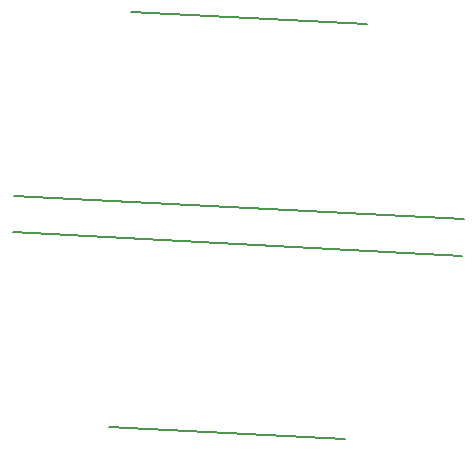
<source format=gbr>
%TF.GenerationSoftware,KiCad,Pcbnew,(6.0.4)*%
%TF.CreationDate,2022-06-21T01:29:20+02:00*%
%TF.ProjectId,battoota,62617474-6f6f-4746-912e-6b696361645f,v1.0.0*%
%TF.SameCoordinates,Original*%
%TF.FileFunction,Other,Comment*%
%FSLAX46Y46*%
G04 Gerber Fmt 4.6, Leading zero omitted, Abs format (unit mm)*
G04 Created by KiCad (PCBNEW (6.0.4)) date 2022-06-21 01:29:20*
%MOMM*%
%LPD*%
G01*
G04 APERTURE LIST*
%ADD10C,0.200000*%
G04 APERTURE END LIST*
D10*
%TO.C,REF\u002A\u002A*%
X125488240Y86237567D02*
X87440455Y88231567D01*
X125624544Y89353167D02*
X87576759Y91347167D01*
X117455493Y105884894D02*
X97482902Y106931613D01*
X115613268Y70733135D02*
X95640677Y71779854D01*
%TD*%
M02*

</source>
